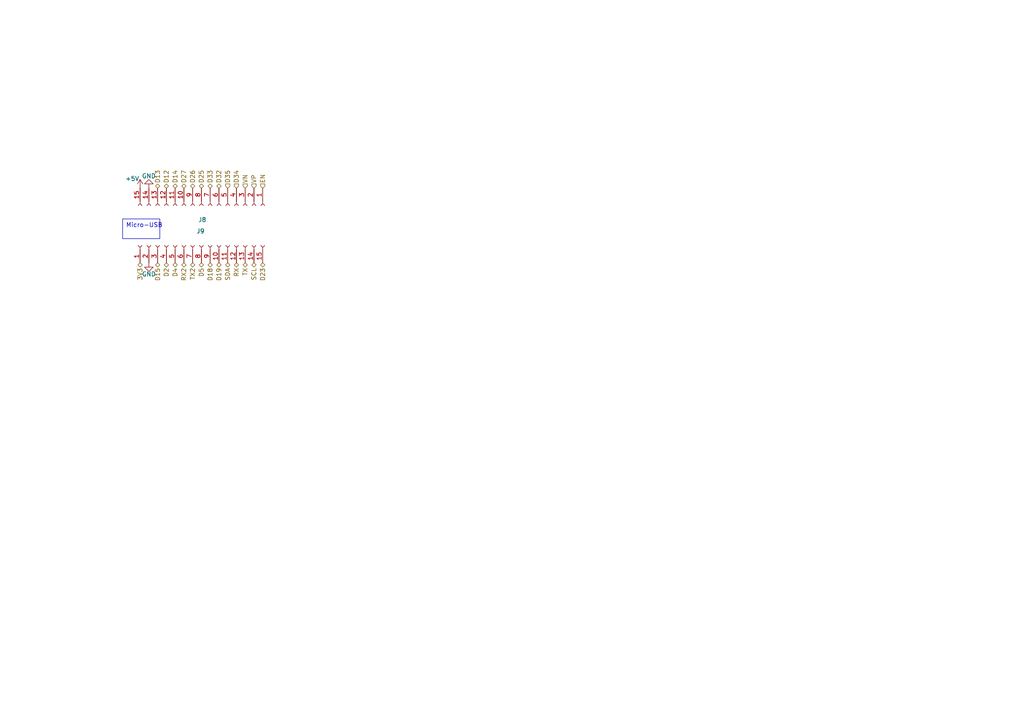
<source format=kicad_sch>
(kicad_sch (version 20231120) (generator "eeschema") (generator_version "8.0")
  (paper "A4")
  (lib_symbols
    (symbol "Connector:Conn_01x15_Socket" (pin_names (offset 1.016) hide)
      (property "Reference" "J" (at 0 20.32 0))
      (property "Value" "Conn_01x15_Socket" (at 0 -20.32 0))
      (symbol "Conn_01x15_Socket_1_1"
        (arc (start 0 -17.272) (mid -0.5058 -17.78) (end 0 -18.288) (stroke (width 0.1524)))
        (arc (start 0 -14.732) (mid -0.5058 -15.24) (end 0 -15.748) (stroke (width 0.1524)))
        (arc (start 0 -12.192) (mid -0.5058 -12.7) (end 0 -13.208) (stroke (width 0.1524)))
        (arc (start 0 -9.652) (mid -0.5058 -10.16) (end 0 -10.668) (stroke (width 0.1524)))
        (arc (start 0 -7.112) (mid -0.5058 -7.62) (end 0 -8.128) (stroke (width 0.1524)))
        (arc (start 0 -4.572) (mid -0.5058 -5.08) (end 0 -5.588) (stroke (width 0.1524)))
        (arc (start 0 -2.032) (mid -0.5058 -2.54) (end 0 -3.048) (stroke (width 0.1524)))
        (polyline (pts (xy -1.27 -17.78) (xy -0.508 -17.78)) (stroke (width 0.1524)))
        (polyline (pts (xy -1.27 -15.24) (xy -0.508 -15.24)) (stroke (width 0.1524)))
        (polyline (pts (xy -1.27 -12.7) (xy -0.508 -12.7)) (stroke (width 0.1524)))
        (polyline (pts (xy -1.27 -10.16) (xy -0.508 -10.16)) (stroke (width 0.1524)))
        (polyline (pts (xy -1.27 -7.62) (xy -0.508 -7.62)) (stroke (width 0.1524)))
        (polyline (pts (xy -1.27 -5.08) (xy -0.508 -5.08)) (stroke (width 0.1524)))
        (polyline (pts (xy -1.27 -2.54) (xy -0.508 -2.54)) (stroke (width 0.1524)))
        (polyline (pts (xy -1.27 0) (xy -0.508 0)) (stroke (width 0.1524)))
        (polyline (pts (xy -1.27 2.54) (xy -0.508 2.54)) (stroke (width 0.1524)))
        (polyline (pts (xy -1.27 5.08) (xy -0.508 5.08)) (stroke (width 0.1524)))
        (polyline (pts (xy -1.27 7.62) (xy -0.508 7.62)) (stroke (width 0.1524)))
        (polyline (pts (xy -1.27 10.16) (xy -0.508 10.16)) (stroke (width 0.1524)))
        (polyline (pts (xy -1.27 12.7) (xy -0.508 12.7)) (stroke (width 0.1524)))
        (polyline (pts (xy -1.27 15.24) (xy -0.508 15.24)) (stroke (width 0.1524)))
        (polyline (pts (xy -1.27 17.78) (xy -0.508 17.78)) (stroke (width 0.1524)))
        (arc (start 0 0.508) (mid -0.5058 0) (end 0 -0.508) (stroke (width 0.1524)))
        (arc (start 0 3.048) (mid -0.5058 2.54) (end 0 2.032) (stroke (width 0.1524)))
        (arc (start 0 5.588) (mid -0.5058 5.08) (end 0 4.572) (stroke (width 0.1524)))
        (arc (start 0 8.128) (mid -0.5058 7.62) (end 0 7.112) (stroke (width 0.1524)))
        (arc (start 0 10.668) (mid -0.5058 10.16) (end 0 9.652) (stroke (width 0.1524)))
        (arc (start 0 13.208) (mid -0.5058 12.7) (end 0 12.192) (stroke (width 0.1524)))
        (arc (start 0 15.748) (mid -0.5058 15.24) (end 0 14.732) (stroke (width 0.1524)))
        (arc (start 0 18.288) (mid -0.5058 17.78) (end 0 17.272) (stroke (width 0.1524)))
        (pin passive line (at -5.08 17.78 0) (length 3.81) (name "Pin_1") (number "1"))
        (pin passive line (at -5.08 -5.08 0) (length 3.81) (name "Pin_10") (number "10"))
        (pin passive line (at -5.08 -7.62 0) (length 3.81) (name "Pin_11") (number "11"))
        (pin passive line (at -5.08 -10.16 0) (length 3.81) (name "Pin_12") (number "12"))
        (pin passive line (at -5.08 -12.7 0) (length 3.81) (name "Pin_13") (number "13"))
        (pin passive line (at -5.08 -15.24 0) (length 3.81) (name "Pin_14") (number "14"))
        (pin passive line (at -5.08 -17.78 0) (length 3.81) (name "Pin_15") (number "15"))
        (pin passive line (at -5.08 15.24 0) (length 3.81) (name "Pin_2") (number "2"))
        (pin passive line (at -5.08 12.7 0) (length 3.81) (name "Pin_3") (number "3"))
        (pin passive line (at -5.08 10.16 0) (length 3.81) (name "Pin_4") (number "4"))
        (pin passive line (at -5.08 7.62 0) (length 3.81) (name "Pin_5") (number "5"))
        (pin passive line (at -5.08 5.08 0) (length 3.81) (name "Pin_6") (number "6"))
        (pin passive line (at -5.08 2.54 0) (length 3.81) (name "Pin_7") (number "7"))
        (pin passive line (at -5.08 0 0) (length 3.81) (name "Pin_8") (number "8"))
        (pin passive line (at -5.08 -2.54 0) (length 3.81) (name "Pin_9") (number "9"))
      )
    )
    (symbol "power:+5V" (power) (pin_numbers hide) (pin_names (offset 0) hide)
      (property "Value" "+5V" (at 0 3.556 0))
      (symbol "+5V_0_1"
        (polyline (pts (xy -0.762 1.27) (xy 0 2.54)))
        (polyline (pts (xy 0 0) (xy 0 2.54)))
        (polyline (pts (xy 0 2.54) (xy 0.762 1.27)))
      )
      (symbol "+5V_1_1"
        (pin power_in line (at 0 0 90) (length 0) (name "~") (number "1"))
      )
    )
    (symbol "power:GND" (power) (pin_numbers hide) (pin_names (offset 0) hide)
      (property "Value" "GND" (at 0 -3.81 0))
      (symbol "GND_0_1"
        (polyline (pts (xy 0 0) (xy 0 -1.27) (xy 1.27 -1.27) (xy 0 -2.54) (xy -1.27 -1.27) (xy 0 -1.27)))
      )
      (symbol "GND_1_1"
        (pin power_in line (at 0 0 270) (length 0) (name "~") (number "1"))
      )
    )
  )
  (text_box "Micro-USB" (at 35.56 63.5 0) (size 10.795 5.715) (effects (font (size 1.27 1.27)) (justify left top)))
  (hierarchical_label "VN" (shape input) (at 71.12 54.61 90))
  (hierarchical_label "D27" (shape bidirectional) (at 53.34 54.61 90))
  (hierarchical_label "D14" (shape bidirectional) (at 50.8 54.61 90))
  (hierarchical_label "D23" (shape bidirectional) (at 76.2 76.2 270))
  (hierarchical_label "D13" (shape bidirectional) (at 45.72 54.61 90))
  (hierarchical_label "TX" (shape bidirectional) (at 71.12 76.2 270))
  (hierarchical_label "D18" (shape bidirectional) (at 60.96 76.2 270))
  (hierarchical_label "RX" (shape bidirectional) (at 68.58 76.2 270))
  (hierarchical_label "D5" (shape bidirectional) (at 58.42 76.2 270))
  (hierarchical_label "D4" (shape bidirectional) (at 50.8 76.2 270))
  (hierarchical_label "D33" (shape bidirectional) (at 60.96 54.61 90))
  (hierarchical_label "SDA" (shape bidirectional) (at 66.04 76.2 270))
  (hierarchical_label "D12" (shape bidirectional) (at 48.26 54.61 90))
  (hierarchical_label "D35" (shape input) (at 66.04 54.61 90))
  (hierarchical_label "D2" (shape bidirectional) (at 48.26 76.2 270))
  (hierarchical_label "EN" (shape input) (at 76.2 54.61 90))
  (hierarchical_label "D26" (shape bidirectional) (at 55.88 54.61 90))
  (hierarchical_label "D32" (shape bidirectional) (at 63.5 54.61 90))
  (hierarchical_label "TX2" (shape bidirectional) (at 55.88 76.2 270))
  (hierarchical_label "VP" (shape input) (at 73.66 54.61 90))
  (hierarchical_label "D19" (shape bidirectional) (at 63.5 76.2 270))
  (hierarchical_label "SCL" (shape bidirectional) (at 73.66 76.2 270))
  (hierarchical_label "D34" (shape input) (at 68.58 54.61 90))
  (hierarchical_label "D25" (shape bidirectional) (at 58.42 54.61 90))
  (hierarchical_label "3V3" (shape bidirectional) (at 40.64 76.2 270))
  (hierarchical_label "RX2" (shape bidirectional) (at 53.34 76.2 270))
  (hierarchical_label "D15" (shape bidirectional) (at 45.72 76.2 270))
  (symbol (lib_id "power:GND") (at 43.18 76.2 0) (unit 1)
    (property "Reference" "#PWR07" (effects (hide yes)))
    (property "Value" "GND" (at 43.18 79.502 0))
    (property "Description" "Power symbol creates a global label with name \"GND\" , ground" (effects (hide yes)))
  )
  (symbol (lib_id "power:GND") (at 43.18 54.61 180) (unit 1)
    (property "Reference" "#PWR08" (effects (hide yes)))
    (property "Value" "GND" (at 43.18 51.054 0))
    (property "Description" "Power symbol creates a global label with name \"GND\" , ground" (effects (hide yes)))
  )
  (symbol (lib_id "Connector:Conn_01x15_Socket") (at 58.42 59.69 270) (unit 1)
    (property "Reference" "J8" (at 58.674 63.754 90))
    (property "Value" "Conn_01x15_Socket" (effects (hide yes)))
    (property "Footprint" "Connector_PinSocket_2.54mm:PinSocket_1x15_P2.54mm_Vertical" (effects (hide yes)))
  )
  (symbol (lib_id "Connector:Conn_01x15_Socket") (at 58.42 71.12 90) (unit 1)
    (property "Reference" "J9" (at 58.166 67.056 90))
    (property "Value" "Conn_01x15_Socket" (effects (hide yes)))
    (property "Footprint" "Connector_PinSocket_2.54mm:PinSocket_1x15_P2.54mm_Vertical" (effects (hide yes)))
  )
  (symbol (lib_id "power:+5V") (at 40.64 54.61 0) (unit 1)
    (property "Reference" "#PWR06" (effects (hide yes)))
    (property "Value" "+5V" (at 38.354 51.816 0))
    (property "Description" "Power symbol creates a global label with name \"+5V\"" (effects (hide yes)))
  )
)
</source>
